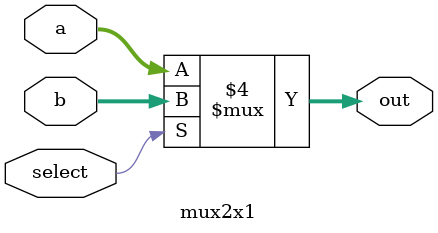
<source format=v>
module mux2x1(a,
              b,
              select,
              out);
    input [7:0] a, b;
    input select;
    output [7:0]out;
    reg [7:0]out;
    
    always@(a, b, select)
    begin
        if (select == 0)
            out = a;
        else
            out = b;
    end
endmodule

</source>
